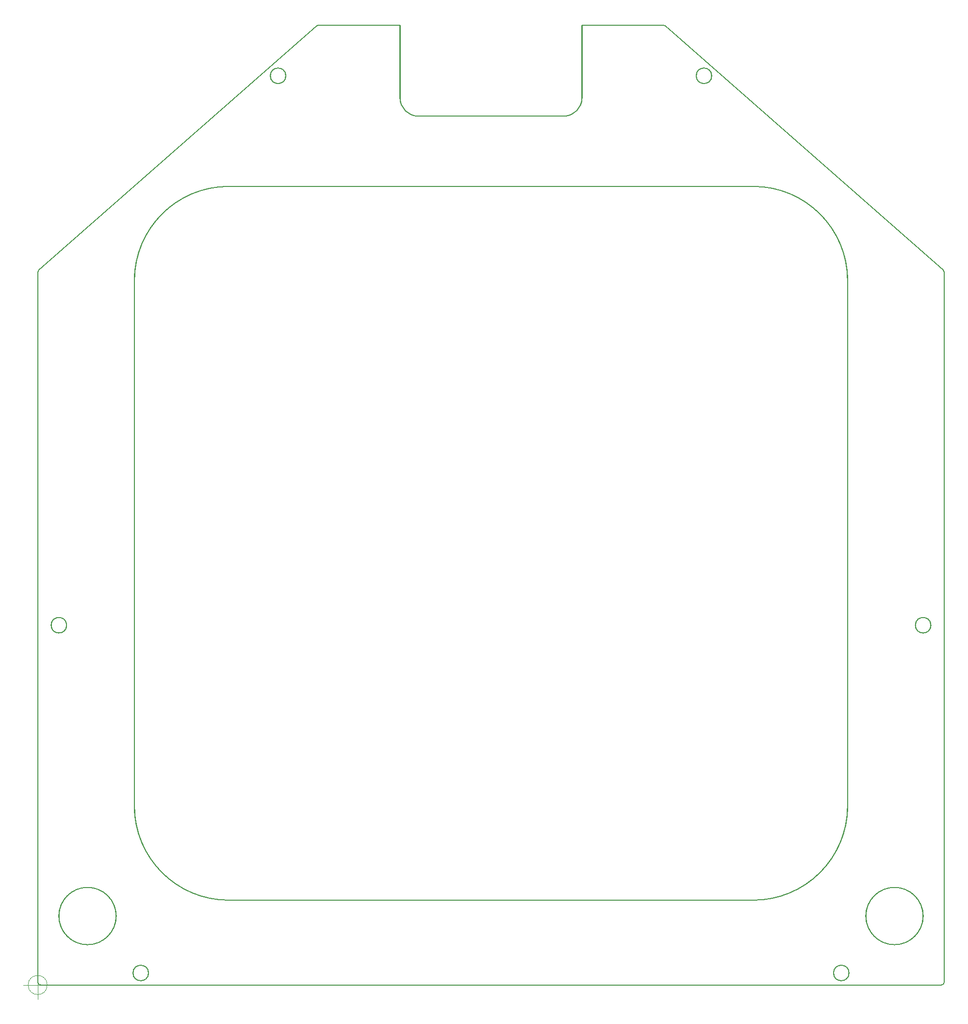
<source format=gbr>
G04 #@! TF.GenerationSoftware,KiCad,Pcbnew,(5.1.5-0-10_14)*
G04 #@! TF.CreationDate,2020-05-20T14:42:11+10:00*
G04 #@! TF.ProjectId,Buttons_DDI,42757474-6f6e-4735-9f44-44492e6b6963,rev?*
G04 #@! TF.SameCoordinates,Original*
G04 #@! TF.FileFunction,OtherDrawing,Comment*
%FSLAX46Y46*%
G04 Gerber Fmt 4.6, Leading zero omitted, Abs format (unit mm)*
G04 Created by KiCad (PCBNEW (5.1.5-0-10_14)) date 2020-05-20 14:42:11*
%MOMM*%
%LPD*%
G04 APERTURE LIST*
%ADD10C,0.200000*%
%ADD11C,0.100000*%
G04 APERTURE END LIST*
D10*
X30987380Y-164503100D02*
G75*
G03X30987380Y-164503100I-5000000J0D01*
G01*
X60587233Y-17986375D02*
G75*
G03X60587233Y-17986375I-1352550J0D01*
G01*
X83693000Y-25019000D02*
X109093000Y-25019000D01*
X112268000Y-21844000D02*
G75*
G02X109093000Y-25019000I-3175000J0D01*
G01*
X173148629Y-113792000D02*
G75*
G03X173148629Y-113792000I-1352550J0D01*
G01*
X50604140Y-161734500D02*
G75*
G02X34163000Y-145293360I0J16441140D01*
G01*
X158864300Y-174434500D02*
G75*
G03X158864300Y-174434500I-1352550J0D01*
G01*
X36626800Y-174434500D02*
G75*
G03X36626800Y-174434500I-1352550J0D01*
G01*
X158623000Y-145293360D02*
X158623000Y-53715640D01*
X142181860Y-37274500D02*
G75*
G02X158623000Y-53715640I0J-16441140D01*
G01*
X142181860Y-37274500D02*
X50604140Y-37274500D01*
X50604140Y-161734500D02*
X142181860Y-161734500D01*
X171798621Y-164503100D02*
G75*
G03X171798621Y-164503100I-5000000J0D01*
G01*
X126464426Y-9144000D02*
X112268000Y-9144000D01*
X126464426Y-9144000D02*
G75*
G02X126799582Y-9270248I0J-508000D01*
G01*
X17303750Y-52240798D02*
X17303750Y-176022000D01*
X17811750Y-176530000D02*
X174974250Y-176530000D01*
X175309406Y-51859046D02*
X126799582Y-9270248D01*
X175309406Y-51859046D02*
G75*
G02X175482250Y-52240798I-335156J-381752D01*
G01*
X158623000Y-145293360D02*
G75*
G02X142181860Y-161734500I-16441140J0D01*
G01*
X34163000Y-53715640D02*
X34163000Y-145293360D01*
X65986418Y-9270248D02*
G75*
G02X66321574Y-9144000I335156J-381752D01*
G01*
X134903867Y-17986375D02*
G75*
G03X134903867Y-17986375I-1352550J0D01*
G01*
X22342471Y-113792000D02*
G75*
G03X22342471Y-113792000I-1352550J0D01*
G01*
X175482250Y-176022000D02*
X175482250Y-52240798D01*
X175482250Y-176022000D02*
G75*
G02X174974250Y-176530000I-508000J0D01*
G01*
X17303750Y-52240798D02*
G75*
G02X17476594Y-51859046I508000J0D01*
G01*
X80518000Y-9144000D02*
X66321574Y-9144000D01*
X112268000Y-21844000D02*
X112268000Y-9144000D01*
X34163000Y-53715640D02*
G75*
G02X50604140Y-37274500I16441140J0D01*
G01*
X17811750Y-176530000D02*
G75*
G02X17303750Y-176022000I0J508000D01*
G01*
X65986418Y-9270248D02*
X17476594Y-51859046D01*
X80518000Y-9144000D02*
X80518000Y-21844000D01*
X83693000Y-25019000D02*
G75*
G02X80518000Y-21844000I0J3175000D01*
G01*
D11*
X18938666Y-176530000D02*
G75*
G03X18938666Y-176530000I-1666666J0D01*
G01*
X14772000Y-176530000D02*
X19772000Y-176530000D01*
X17272000Y-174030000D02*
X17272000Y-179030000D01*
D10*
X158591250Y-145293360D02*
X158591250Y-53715640D01*
X112236250Y-21844000D02*
X112236250Y-9144000D01*
X142150110Y-37274500D02*
G75*
G02X158591250Y-53715640I0J-16441140D01*
G01*
X34131250Y-53715640D02*
G75*
G02X50572390Y-37274500I16441140J0D01*
G01*
X171766871Y-164503100D02*
G75*
G03X171766871Y-164503100I-5000000J0D01*
G01*
X50572390Y-161734500D02*
X142150110Y-161734500D01*
X65954668Y-9270248D02*
X17444844Y-51859046D01*
X134872117Y-17986375D02*
G75*
G03X134872117Y-17986375I-1352550J0D01*
G01*
X65954668Y-9270248D02*
G75*
G02X66289824Y-9144000I335156J-381752D01*
G01*
X142150110Y-37274500D02*
X50572390Y-37274500D01*
X50572390Y-161734500D02*
G75*
G02X34131250Y-145293360I0J16441140D01*
G01*
X173116879Y-113792000D02*
G75*
G03X173116879Y-113792000I-1352550J0D01*
G01*
X80486250Y-9144000D02*
X66289824Y-9144000D01*
X158832550Y-174434500D02*
G75*
G03X158832550Y-174434500I-1352550J0D01*
G01*
X80486250Y-9144000D02*
X80486250Y-21844000D01*
X60555483Y-17986375D02*
G75*
G03X60555483Y-17986375I-1352550J0D01*
G01*
X112236250Y-21844000D02*
G75*
G02X109061250Y-25019000I-3175000J0D01*
G01*
X158591250Y-145293360D02*
G75*
G02X142150110Y-161734500I-16441140J0D01*
G01*
X36595050Y-174434500D02*
G75*
G03X36595050Y-174434500I-1352550J0D01*
G01*
X83661250Y-25019000D02*
G75*
G02X80486250Y-21844000I0J3175000D01*
G01*
X83661250Y-25019000D02*
X109061250Y-25019000D01*
X22310721Y-113792000D02*
G75*
G03X22310721Y-113792000I-1352550J0D01*
G01*
X34131250Y-53715640D02*
X34131250Y-145293360D01*
X30955630Y-164503100D02*
G75*
G03X30955630Y-164503100I-5000000J0D01*
G01*
X126432676Y-9144000D02*
G75*
G02X126767832Y-9270248I0J-508000D01*
G01*
X17780000Y-176530000D02*
G75*
G02X17272000Y-176022000I0J508000D01*
G01*
X126432676Y-9144000D02*
X112236250Y-9144000D01*
X175277656Y-51859046D02*
X126767832Y-9270248D01*
X175450500Y-176022000D02*
X175450500Y-52240798D01*
X17272000Y-52240798D02*
X17272000Y-176022000D01*
X175450500Y-176022000D02*
G75*
G02X174942500Y-176530000I-508000J0D01*
G01*
X175277656Y-51859046D02*
G75*
G02X175450500Y-52240798I-335156J-381752D01*
G01*
X17272000Y-52240798D02*
G75*
G02X17444844Y-51859046I508000J0D01*
G01*
X17780000Y-176530000D02*
X174942500Y-176530000D01*
M02*

</source>
